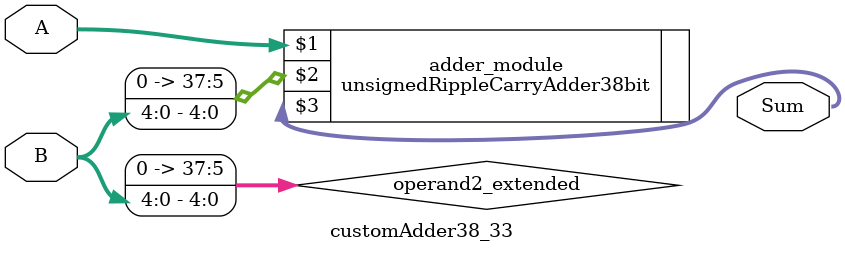
<source format=v>
module customAdder38_33(
                        input [37 : 0] A,
                        input [4 : 0] B,
                        
                        output [38 : 0] Sum
                );

        wire [37 : 0] operand2_extended;
        
        assign operand2_extended =  {33'b0, B};
        
        unsignedRippleCarryAdder38bit adder_module(
            A,
            operand2_extended,
            Sum
        );
        
        endmodule
        
</source>
